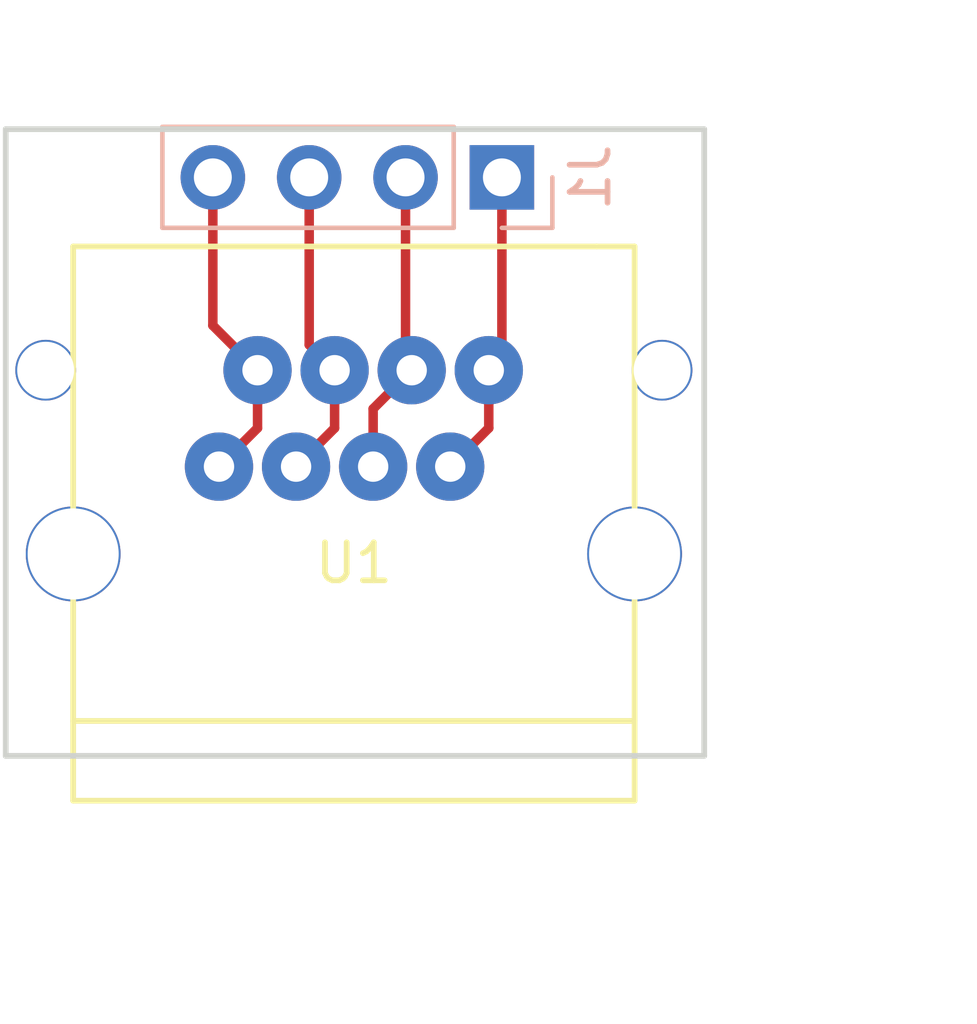
<source format=kicad_pcb>
(kicad_pcb (version 20171130) (host pcbnew 5.0.0)

  (general
    (thickness 1.6)
    (drawings 6)
    (tracks 16)
    (zones 0)
    (modules 2)
    (nets 5)
  )

  (page A4)
  (layers
    (0 F.Cu signal)
    (31 B.Cu signal)
    (32 B.Adhes user)
    (33 F.Adhes user)
    (34 B.Paste user)
    (35 F.Paste user)
    (36 B.SilkS user)
    (37 F.SilkS user)
    (38 B.Mask user)
    (39 F.Mask user)
    (40 Dwgs.User user)
    (41 Cmts.User user)
    (42 Eco1.User user)
    (43 Eco2.User user)
    (44 Edge.Cuts user)
    (45 Margin user)
    (46 B.CrtYd user)
    (47 F.CrtYd user)
    (48 B.Fab user)
    (49 F.Fab user)
  )

  (setup
    (last_trace_width 0.25)
    (trace_clearance 0.2)
    (zone_clearance 0.508)
    (zone_45_only no)
    (trace_min 0.2)
    (segment_width 0.2)
    (edge_width 0.15)
    (via_size 0.8)
    (via_drill 0.4)
    (via_min_size 0.4)
    (via_min_drill 0.3)
    (uvia_size 0.3)
    (uvia_drill 0.1)
    (uvias_allowed no)
    (uvia_min_size 0.2)
    (uvia_min_drill 0.1)
    (pcb_text_width 0.3)
    (pcb_text_size 1.5 1.5)
    (mod_edge_width 0.15)
    (mod_text_size 1 1)
    (mod_text_width 0.15)
    (pad_size 1.524 1.524)
    (pad_drill 0.762)
    (pad_to_mask_clearance 0.2)
    (aux_axis_origin 0 0)
    (visible_elements FFFFFF7F)
    (pcbplotparams
      (layerselection 0x010f0_ffffffff)
      (usegerberextensions true)
      (usegerberattributes false)
      (usegerberadvancedattributes false)
      (creategerberjobfile false)
      (excludeedgelayer true)
      (linewidth 0.100000)
      (plotframeref false)
      (viasonmask false)
      (mode 1)
      (useauxorigin false)
      (hpglpennumber 1)
      (hpglpenspeed 20)
      (hpglpendiameter 15.000000)
      (psnegative false)
      (psa4output false)
      (plotreference true)
      (plotvalue true)
      (plotinvisibletext false)
      (padsonsilk false)
      (subtractmaskfromsilk true)
      (outputformat 1)
      (mirror false)
      (drillshape 0)
      (scaleselection 1)
      (outputdirectory ""))
  )

  (net 0 "")
  (net 1 "Net-(J1-Pad4)")
  (net 2 "Net-(J1-Pad3)")
  (net 3 "Net-(J1-Pad2)")
  (net 4 "Net-(J1-Pad1)")

  (net_class Default "これはデフォルトのネット クラスです。"
    (clearance 0.2)
    (trace_width 0.25)
    (via_dia 0.8)
    (via_drill 0.4)
    (uvia_dia 0.3)
    (uvia_drill 0.1)
    (add_net "Net-(J1-Pad1)")
    (add_net "Net-(J1-Pad2)")
    (add_net "Net-(J1-Pad3)")
    (add_net "Net-(J1-Pad4)")
  )

  (module 7810-8P8C:7810-8P8C (layer F.Cu) (tedit 598A7AE1) (tstamp 5B932B96)
    (at 148.879 96.52)
    (path /5B9329F5)
    (fp_text reference U1 (at 0 2.54) (layer F.SilkS)
      (effects (font (size 1 1) (thickness 0.15)))
    )
    (fp_text value 7810-8P8C (at 0 7.62) (layer F.Fab)
      (effects (font (size 1 1) (thickness 0.15)))
    )
    (fp_line (start -7.4 6.7) (end 7.4 6.7) (layer F.SilkS) (width 0.15))
    (fp_line (start -7.4 8.8) (end 7.4 8.8) (layer F.SilkS) (width 0.15))
    (fp_line (start 6.4 -5.8) (end 7.4 -5.8) (layer F.SilkS) (width 0.15))
    (fp_line (start 7.4 -5.8) (end 7.4 8.8) (layer F.SilkS) (width 0.15))
    (fp_line (start 6.4 -5.8) (end -7.4 -5.8) (layer F.SilkS) (width 0.15))
    (fp_line (start -7.4 -5.8) (end -7.4 8.8) (layer F.SilkS) (width 0.15))
    (pad 1 thru_hole circle (at 3.556 -2.54) (size 1.8 1.8) (drill 0.8) (layers *.Cu *.Mask)
      (net 4 "Net-(J1-Pad1)"))
    (pad 2 thru_hole circle (at 2.54 0) (size 1.8 1.8) (drill 0.8) (layers *.Cu *.Mask)
      (net 4 "Net-(J1-Pad1)"))
    (pad 3 thru_hole circle (at 1.524 -2.54) (size 1.8 1.8) (drill 0.8) (layers *.Cu *.Mask)
      (net 3 "Net-(J1-Pad2)"))
    (pad 4 thru_hole circle (at 0.508 0) (size 1.8 1.8) (drill 0.8) (layers *.Cu *.Mask)
      (net 3 "Net-(J1-Pad2)"))
    (pad 5 thru_hole circle (at -0.508 -2.54) (size 1.8 1.8) (drill 0.8) (layers *.Cu *.Mask)
      (net 2 "Net-(J1-Pad3)"))
    (pad 6 thru_hole circle (at -1.524 0) (size 1.8 1.8) (drill 0.8) (layers *.Cu *.Mask)
      (net 2 "Net-(J1-Pad3)"))
    (pad 7 thru_hole circle (at -2.54 -2.54) (size 1.8 1.8) (drill 0.8) (layers *.Cu *.Mask)
      (net 1 "Net-(J1-Pad4)"))
    (pad 8 thru_hole circle (at -3.556 0) (size 1.8 1.8) (drill 0.8) (layers *.Cu *.Mask)
      (net 1 "Net-(J1-Pad4)"))
    (pad "" np_thru_hole circle (at -8.125 -2.54) (size 1.6 1.6) (drill 1.5) (layers *.Cu *.Mask))
    (pad "" np_thru_hole circle (at 8.125 -2.54) (size 1.6 1.6) (drill 1.5) (layers *.Cu *.Mask))
    (pad "" np_thru_hole circle (at -7.4 2.3) (size 2.5 2.5) (drill 2.4) (layers *.Cu *.Mask))
    (pad "" np_thru_hole circle (at 7.4 2.3) (size 2.5 2.5) (drill 2.4) (layers *.Cu *.Mask))
  )

  (module Connector_PinHeader_2.54mm:PinHeader_1x04_P2.54mm_Vertical (layer B.Cu) (tedit 59FED5CC) (tstamp 5B97032F)
    (at 152.781 88.9 90)
    (descr "Through hole straight pin header, 1x04, 2.54mm pitch, single row")
    (tags "Through hole pin header THT 1x04 2.54mm single row")
    (path /5B932CE2)
    (fp_text reference J1 (at 0 2.33 90) (layer B.SilkS)
      (effects (font (size 1 1) (thickness 0.15)) (justify mirror))
    )
    (fp_text value Conn_01x04 (at 0 -9.95 90) (layer B.Fab)
      (effects (font (size 1 1) (thickness 0.15)) (justify mirror))
    )
    (fp_line (start -0.635 1.27) (end 1.27 1.27) (layer B.Fab) (width 0.1))
    (fp_line (start 1.27 1.27) (end 1.27 -8.89) (layer B.Fab) (width 0.1))
    (fp_line (start 1.27 -8.89) (end -1.27 -8.89) (layer B.Fab) (width 0.1))
    (fp_line (start -1.27 -8.89) (end -1.27 0.635) (layer B.Fab) (width 0.1))
    (fp_line (start -1.27 0.635) (end -0.635 1.27) (layer B.Fab) (width 0.1))
    (fp_line (start -1.33 -8.95) (end 1.33 -8.95) (layer B.SilkS) (width 0.12))
    (fp_line (start -1.33 -1.27) (end -1.33 -8.95) (layer B.SilkS) (width 0.12))
    (fp_line (start 1.33 -1.27) (end 1.33 -8.95) (layer B.SilkS) (width 0.12))
    (fp_line (start -1.33 -1.27) (end 1.33 -1.27) (layer B.SilkS) (width 0.12))
    (fp_line (start -1.33 0) (end -1.33 1.33) (layer B.SilkS) (width 0.12))
    (fp_line (start -1.33 1.33) (end 0 1.33) (layer B.SilkS) (width 0.12))
    (fp_line (start -1.8 1.8) (end -1.8 -9.4) (layer B.CrtYd) (width 0.05))
    (fp_line (start -1.8 -9.4) (end 1.8 -9.4) (layer B.CrtYd) (width 0.05))
    (fp_line (start 1.8 -9.4) (end 1.8 1.8) (layer B.CrtYd) (width 0.05))
    (fp_line (start 1.8 1.8) (end -1.8 1.8) (layer B.CrtYd) (width 0.05))
    (fp_text user %R (at 0 -3.81) (layer B.Fab)
      (effects (font (size 1 1) (thickness 0.15)) (justify mirror))
    )
    (pad 1 thru_hole rect (at 0 0 90) (size 1.7 1.7) (drill 1) (layers *.Cu *.Mask)
      (net 4 "Net-(J1-Pad1)"))
    (pad 2 thru_hole oval (at 0 -2.54 90) (size 1.7 1.7) (drill 1) (layers *.Cu *.Mask)
      (net 3 "Net-(J1-Pad2)"))
    (pad 3 thru_hole oval (at 0 -5.08 90) (size 1.7 1.7) (drill 1) (layers *.Cu *.Mask)
      (net 2 "Net-(J1-Pad3)"))
    (pad 4 thru_hole oval (at 0 -7.62 90) (size 1.7 1.7) (drill 1) (layers *.Cu *.Mask)
      (net 1 "Net-(J1-Pad4)"))
    (model ${KISYS3DMOD}/Connector_PinHeader_2.54mm.3dshapes/PinHeader_1x04_P2.54mm_Vertical.wrl
      (at (xyz 0 0 0))
      (scale (xyz 1 1 1))
      (rotate (xyz 0 0 0))
    )
  )

  (dimension 16.51 (width 0.3) (layer Cmts.User)
    (gr_text "16.510 mm" (at 163.39 95.885 270) (layer Cmts.User)
      (effects (font (size 1.5 1.5) (thickness 0.3)))
    )
    (feature1 (pts (xy 159.385 104.14) (xy 161.876421 104.14)))
    (feature2 (pts (xy 159.385 87.63) (xy 161.876421 87.63)))
    (crossbar (pts (xy 161.29 87.63) (xy 161.29 104.14)))
    (arrow1a (pts (xy 161.29 104.14) (xy 160.703579 103.013496)))
    (arrow1b (pts (xy 161.29 104.14) (xy 161.876421 103.013496)))
    (arrow2a (pts (xy 161.29 87.63) (xy 160.703579 88.756504)))
    (arrow2b (pts (xy 161.29 87.63) (xy 161.876421 88.756504)))
  )
  (dimension 18.415 (width 0.3) (layer Cmts.User)
    (gr_text "18.415 mm" (at 148.9075 112.59) (layer Cmts.User)
      (effects (font (size 1.5 1.5) (thickness 0.3)))
    )
    (feature1 (pts (xy 158.115 108.585) (xy 158.115 111.076421)))
    (feature2 (pts (xy 139.7 108.585) (xy 139.7 111.076421)))
    (crossbar (pts (xy 139.7 110.49) (xy 158.115 110.49)))
    (arrow1a (pts (xy 158.115 110.49) (xy 156.988496 111.076421)))
    (arrow1b (pts (xy 158.115 110.49) (xy 156.988496 109.903579)))
    (arrow2a (pts (xy 139.7 110.49) (xy 140.826504 111.076421)))
    (arrow2b (pts (xy 139.7 110.49) (xy 140.826504 109.903579)))
  )
  (gr_line (start 139.7 87.63) (end 139.7 104.14) (layer Edge.Cuts) (width 0.15))
  (gr_line (start 158.115 87.63) (end 139.7 87.63) (layer Edge.Cuts) (width 0.15))
  (gr_line (start 158.115 104.14) (end 158.115 87.63) (layer Edge.Cuts) (width 0.15))
  (gr_line (start 139.7 104.14) (end 158.115 104.14) (layer Edge.Cuts) (width 0.15))

  (segment (start 145.161 92.802) (end 146.339 93.98) (width 0.25) (layer F.Cu) (net 1))
  (segment (start 145.161 88.9) (end 145.161 92.802) (width 0.25) (layer F.Cu) (net 1))
  (segment (start 146.339 95.504) (end 145.323 96.52) (width 0.25) (layer F.Cu) (net 1))
  (segment (start 146.339 93.98) (end 146.339 95.504) (width 0.25) (layer F.Cu) (net 1))
  (segment (start 147.701 93.31) (end 148.371 93.98) (width 0.25) (layer F.Cu) (net 2))
  (segment (start 147.701 88.9) (end 147.701 93.31) (width 0.25) (layer F.Cu) (net 2))
  (segment (start 148.371 95.504) (end 147.355 96.52) (width 0.25) (layer F.Cu) (net 2))
  (segment (start 148.371 93.98) (end 148.371 95.504) (width 0.25) (layer F.Cu) (net 2))
  (segment (start 150.241 93.818) (end 150.403 93.98) (width 0.25) (layer F.Cu) (net 3))
  (segment (start 150.241 88.9) (end 150.241 93.818) (width 0.25) (layer F.Cu) (net 3))
  (segment (start 149.387 94.996) (end 149.387 96.52) (width 0.25) (layer F.Cu) (net 3))
  (segment (start 150.403 93.98) (end 149.387 94.996) (width 0.25) (layer F.Cu) (net 3))
  (segment (start 152.781 93.634) (end 152.435 93.98) (width 0.25) (layer F.Cu) (net 4))
  (segment (start 152.781 88.9) (end 152.781 93.634) (width 0.25) (layer F.Cu) (net 4))
  (segment (start 152.435 95.504) (end 151.419 96.52) (width 0.25) (layer F.Cu) (net 4))
  (segment (start 152.435 93.98) (end 152.435 95.504) (width 0.25) (layer F.Cu) (net 4))

)

</source>
